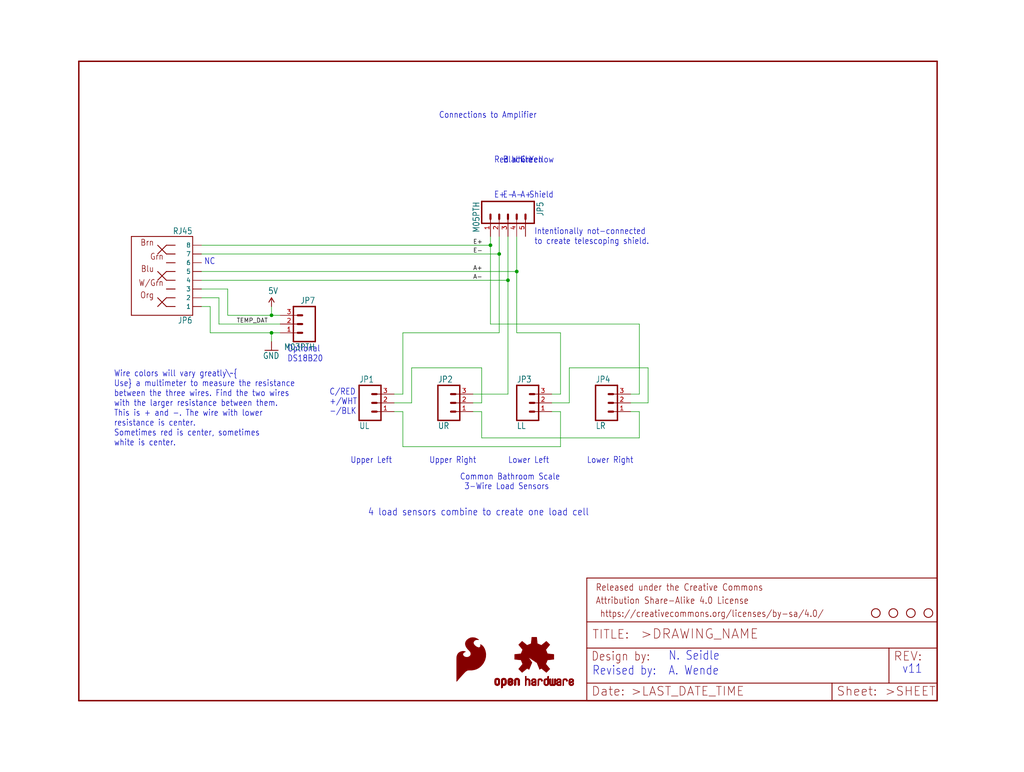
<source format=kicad_sch>
(kicad_sch (version 20211123) (generator eeschema)
  (paper "User" 297.002 223.926)
  (lib_symbols
    (symbol "schematicEagle-eagle-import:5V" (power)
      (property "Value" "5V" (at -1.016 3.556 0))
      (symbol "5V_1_0"
        (pin power_in line (at 0 0 90) (length 2.54) (name "5V") (number "1"))
      )
    )
    (symbol "schematicEagle-eagle-import:FRAME-LETTER"
      (symbol "FRAME-LETTER_2_0"
        (text " https://creativecommons.org/licenses/by-sa/4.0/" (at 2.54 24.13 0) (effects (font (size 1.9304 1.6408)) (justify left bottom)))
        (text ">DRAWING_NAME" (at 15.494 17.78 0) (effects (font (size 2.7432 2.7432)) (justify left bottom)))
        (text ">LAST_DATE_TIME" (at 12.7 1.27 0) (effects (font (size 2.54 2.54)) (justify left bottom)))
        (text ">SHEET" (at 86.36 1.27 0) (effects (font (size 2.54 2.54)) (justify left bottom)))
        (text "Attribution Share-Alike 4.0 License" (at 2.54 27.94 0) (effects (font (size 1.9304 1.6408)) (justify left bottom)))
        (text "Date:" (at 1.27 1.27 0) (effects (font (size 2.54 2.54)) (justify left bottom)))
        (text "Design by:" (at 1.27 11.43 0) (effects (font (size 2.54 2.159)) (justify left bottom)))
        (text "Released under the Creative Commons" (at 2.54 31.75 0) (effects (font (size 1.9304 1.6408)) (justify left bottom)))
        (text "REV:" (at 88.9 11.43 0) (effects (font (size 2.54 2.54)) (justify left bottom)))
        (text "Sheet:" (at 72.39 1.27 0) (effects (font (size 2.54 2.54)) (justify left bottom)))
        (text "TITLE:" (at 1.524 17.78 0) (effects (font (size 2.54 2.54)) (justify left bottom)))
      )
    )
    (symbol "schematicEagle-eagle-import:GND" (power)
      (property "Value" "GND" (at -2.54 -2.54 0))
      (symbol "GND_1_0"
        (pin power_in line (at 0 2.54 270) (length 2.54) (name "GND") (number "1"))
      )
    )
    (symbol "schematicEagle-eagle-import:M03PTH"
      (property "Reference" "JP" (at -2.54 5.842 0))
      (property "Value" "M03PTH" (at -2.54 -7.62 0))
      (symbol "M03PTH_1_0"
        (pin passive line (at 7.62 -2.54 180) (length 5.08) (name "1") (number "1"))
        (pin passive line (at 7.62 0 180) (length 5.08) (name "2") (number "2"))
        (pin passive line (at 7.62 2.54 180) (length 5.08) (name "3") (number "3"))
      )
    )
    (symbol "schematicEagle-eagle-import:M05PTH"
      (property "Reference" "JP" (at -2.54 8.382 0))
      (property "Value" "M05PTH" (at -2.54 -10.16 0))
      (symbol "M05PTH_1_0"
        (pin passive line (at 7.62 -5.08 180) (length 5.08) (name "1") (number "1"))
        (pin passive line (at 7.62 -2.54 180) (length 5.08) (name "2") (number "2"))
        (pin passive line (at 7.62 0 180) (length 5.08) (name "3") (number "3"))
        (pin passive line (at 7.62 2.54 180) (length 5.08) (name "4") (number "4"))
        (pin passive line (at 7.62 5.08 180) (length 5.08) (name "5") (number "5"))
      )
    )
    (symbol "schematicEagle-eagle-import:OSHW-LOGOS")
    (symbol "schematicEagle-eagle-import:RJ45-8PTH"
      (property "Reference" "JP" (at -5.08 10.668 0))
      (property "Value" "RJ45-8PTH" (at -5.08 -15.24 0))
      (symbol "RJ45-8PTH_1_0"
        (text "Blu" (at 6.096 -2.286 0) (effects (font (size 1.778 1.5113)) (justify left bottom)))
        (text "Brn" (at 6.096 -9.906 0) (effects (font (size 1.778 1.5113)) (justify left bottom)))
        (text "Grn" (at 3.302 -5.842 0) (effects (font (size 1.778 1.5113)) (justify left bottom)))
        (text "Org" (at 6.096 5.334 0) (effects (font (size 1.778 1.5113)) (justify left bottom)))
        (text "W/Grn" (at 3.302 1.778 0) (effects (font (size 1.778 1.5113)) (justify left bottom)))
        (pin bidirectional line (at -7.62 7.62 0) (length 2.54) (name "1") (number "1"))
        (pin bidirectional line (at -7.62 5.08 0) (length 2.54) (name "2") (number "2"))
        (pin bidirectional line (at -7.62 2.54 0) (length 2.54) (name "3") (number "3"))
        (pin bidirectional line (at -7.62 0 0) (length 2.54) (name "4") (number "4"))
        (pin bidirectional line (at -7.62 -2.54 0) (length 2.54) (name "5") (number "5"))
        (pin bidirectional line (at -7.62 -5.08 0) (length 2.54) (name "6") (number "6"))
        (pin bidirectional line (at -7.62 -7.62 0) (length 2.54) (name "7") (number "7"))
        (pin bidirectional line (at -7.62 -10.16 0) (length 2.54) (name "8") (number "8"))
      )
    )
    (symbol "schematicEagle-eagle-import:SFE_LOGO_FLAME.1_INCH")
    (symbol "schematicEagle-eagle-import:STAND-OFF")
  )
  (junction (at 149.86 78.74))
  (junction (at 78.74 96.52))
  (junction (at 78.74 91.44))
  (junction (at 144.78 73.66))
  (junction (at 142.24 71.12))
  (junction (at 147.32 81.28))
  (wire (pts (xy 182.88 119.38) (xy 185.42 119.38)))
  (wire (pts (xy 185.42 119.38) (xy 185.42 127)))
  (wire (pts (xy 116.84 114.3) (xy 114.3 114.3)))
  (wire (pts (xy 119.38 116.84) (xy 114.3 116.84)))
  (wire (pts (xy 187.96 106.68) (xy 165.1 106.68)))
  (wire (pts (xy 147.32 68.58) (xy 147.32 81.28)))
  (wire (pts (xy 58.42 88.9) (xy 60.96 88.9)))
  (wire (pts (xy 147.32 114.3) (xy 147.32 81.28)))
  (wire (pts (xy 116.84 129.54) (xy 116.84 119.38)))
  (wire (pts (xy 162.56 129.54) (xy 116.84 129.54)))
  (wire (pts (xy 149.86 78.74) (xy 58.42 78.74)))
  (wire (pts (xy 144.78 73.66) (xy 58.42 73.66)))
  (wire (pts (xy 66.04 91.44) (xy 78.74 91.44)))
  (wire (pts (xy 139.7 119.38) (xy 137.16 119.38)))
  (wire (pts (xy 142.24 71.12) (xy 142.24 68.58)))
  (wire (pts (xy 60.96 88.9) (xy 60.96 96.52)))
  (wire (pts (xy 149.86 96.52) (xy 162.56 96.52)))
  (wire (pts (xy 162.56 119.38) (xy 162.56 129.54)))
  (wire (pts (xy 78.74 96.52) (xy 78.74 99.06)))
  (wire (pts (xy 60.96 96.52) (xy 78.74 96.52)))
  (wire (pts (xy 147.32 81.28) (xy 58.42 81.28)))
  (wire (pts (xy 139.7 106.68) (xy 119.38 106.68)))
  (wire (pts (xy 149.86 68.58) (xy 149.86 78.74)))
  (wire (pts (xy 162.56 96.52) (xy 162.56 114.3)))
  (wire (pts (xy 182.88 116.84) (xy 187.96 116.84)))
  (wire (pts (xy 187.96 116.84) (xy 187.96 106.68)))
  (wire (pts (xy 137.16 114.3) (xy 147.32 114.3)))
  (wire (pts (xy 162.56 114.3) (xy 160.02 114.3)))
  (wire (pts (xy 116.84 96.52) (xy 116.84 114.3)))
  (wire (pts (xy 63.5 93.98) (xy 81.28 93.98)))
  (wire (pts (xy 185.42 114.3) (xy 185.42 93.98)))
  (wire (pts (xy 142.24 71.12) (xy 58.42 71.12)))
  (wire (pts (xy 63.5 86.36) (xy 63.5 93.98)))
  (wire (pts (xy 58.42 86.36) (xy 63.5 86.36)))
  (wire (pts (xy 165.1 106.68) (xy 165.1 116.84)))
  (wire (pts (xy 182.88 114.3) (xy 185.42 114.3)))
  (wire (pts (xy 144.78 96.52) (xy 144.78 73.66)))
  (wire (pts (xy 139.7 127) (xy 139.7 119.38)))
  (wire (pts (xy 160.02 119.38) (xy 162.56 119.38)))
  (wire (pts (xy 78.74 96.52) (xy 81.28 96.52)))
  (wire (pts (xy 144.78 73.66) (xy 144.78 68.58)))
  (wire (pts (xy 139.7 116.84) (xy 139.7 106.68)))
  (wire (pts (xy 78.74 88.9) (xy 78.74 91.44)))
  (wire (pts (xy 78.74 91.44) (xy 81.28 91.44)))
  (wire (pts (xy 58.42 83.82) (xy 66.04 83.82)))
  (wire (pts (xy 142.24 93.98) (xy 185.42 93.98)))
  (wire (pts (xy 144.78 96.52) (xy 116.84 96.52)))
  (wire (pts (xy 66.04 83.82) (xy 66.04 91.44)))
  (wire (pts (xy 185.42 127) (xy 139.7 127)))
  (wire (pts (xy 149.86 96.52) (xy 149.86 78.74)))
  (wire (pts (xy 119.38 106.68) (xy 119.38 116.84)))
  (wire (pts (xy 116.84 119.38) (xy 114.3 119.38)))
  (wire (pts (xy 142.24 93.98) (xy 142.24 71.12)))
  (wire (pts (xy 165.1 116.84) (xy 160.02 116.84)))
  (wire (pts (xy 137.16 116.84) (xy 139.7 116.84)))
  (text "3-Wire Load Sensors" (at 134.62 142.24 180) (effects (font (size 1.778 1.5113)) (justify left bottom)))
  (text "Revised by:" (at 171.704 196.088 180) (effects (font (size 2.54 2.159)) (justify left bottom)))
  (text "Upper Left" (at 101.6 134.62 180) (effects (font (size 1.778 1.5113)) (justify left bottom)))
  (text "Common Bathroom Scale" (at 133.35 139.446 180) (effects (font (size 1.778 1.5113)) (justify left bottom)))
  (text "Lower Right" (at 170.18 134.62 180) (effects (font (size 1.778 1.5113)) (justify left bottom)))
  (text "Connections to Amplifier" (at 127.254 34.544 180) (effects (font (size 1.778 1.5113)) (justify left bottom)))
  (text "White" (at 148.336 47.498 180) (effects (font (size 1.778 1.5113)) (justify left bottom)))
  (text "Green" (at 150.876 47.498 180) (effects (font (size 1.778 1.5113)) (justify left bottom)))
  (text "A+" (at 150.876 57.658 180) (effects (font (size 1.778 1.5113)) (justify left bottom)))
  (text "4 load sensors combine to create one load cell" (at 106.68 149.86 180) (effects (font (size 2.032 1.7272)) (justify left bottom)))
  (text "Yellow" (at 153.416 47.498 180) (effects (font (size 1.778 1.5113)) (justify left bottom)))
  (text "N. Seidle" (at 193.802 191.77 180) (effects (font (size 2.54 2.159)) (justify left bottom)))
  (text "v11" (at 261.62 195.58 180) (effects (font (size 2.54 2.159)) (justify left bottom)))
  (text "C/RED" (at 95.504 114.808 180) (effects (font (size 1.778 1.5113)) (justify left bottom)))
  (text "Shield" (at 153.416 57.658 180) (effects (font (size 1.778 1.5113)) (justify left bottom)))
  (text "A. Wende" (at 193.802 196.088 180) (effects (font (size 2.54 2.159)) (justify left bottom)))
  (text "Intentionally not-connected\nto create telescoping shield." (at 154.94 71.12 0) (effects (font (size 1.778 1.5113)) (justify left bottom)))
  (text "Lower Left" (at 147.32 134.62 180) (effects (font (size 1.778 1.5113)) (justify left bottom)))
  (text "A-" (at 148.336 57.658 180) (effects (font (size 1.778 1.5113)) (justify left bottom)))
  (text "E+" (at 143.256 57.658 180) (effects (font (size 1.778 1.5113)) (justify left bottom)))
  (text "Optional\nDS18B20" (at 83.312 105.156 180) (effects (font (size 1.778 1.5113)) (justify left bottom)))
  (text "+/WHT" (at 95.504 117.602 180) (effects (font (size 1.778 1.5113)) (justify left bottom)))
  (text "Red" (at 143.256 47.498 180) (effects (font (size 1.778 1.5113)) (justify left bottom)))
  (text "Wire colors will vary greatly\\~{\nUse} a multimeter to measure the resistance\nbetween the three wires. Find the two wires\nwith the larger resistance between them.\nThis is + and -. The wire with lower\nresistance is center.\nSometimes red is center, sometimes\nwhite is center." (at 33.02 129.54 0) (effects (font (size 1.778 1.5113)) (justify left bottom)))
  (text "E-" (at 145.796 57.658 180) (effects (font (size 1.778 1.5113)) (justify left bottom)))
  (text "-/BLK" (at 95.504 120.396 180) (effects (font (size 1.778 1.5113)) (justify left bottom)))
  (text "NC" (at 59.182 76.962 180) (effects (font (size 1.778 1.5113)) (justify left bottom)))
  (text "Upper Right" (at 124.46 134.62 180) (effects (font (size 1.778 1.5113)) (justify left bottom)))
  (text "Black" (at 145.796 47.498 180) (effects (font (size 1.778 1.5113)) (justify left bottom)))
  (label "A-" (at 137.16 81.28 0) (effects (font (size 1.2446 1.2446))))
  (label "E+" (at 137.16 71.12 0) (effects (font (size 1.2446 1.2446))))
  (label "E-" (at 137.16 73.66 0) (effects (font (size 1.2446 1.2446))))
  (label "TEMP_DAT" (at 68.58 93.98 0) (effects (font (size 1.2446 1.2446))))
  (label "A+" (at 137.16 78.74 0) (effects (font (size 1.2446 1.2446))))
  (symbol (lib_id "schematicEagle-eagle-import:M03PTH") (at 152.4 116.84 0) (unit 1)
    (property "Reference" "JP3" (at 149.86 110.998 0) (effects (font (size 1.778 1.5113)) (justify left bottom)))
    (property "Value" "LL" (at 149.86 124.46 0) (effects (font (size 1.778 1.5113)) (justify left bottom)))
    (property "Footprint" "schematicEagle:1X03" (effects hide))
  )
  (symbol (lib_id "schematicEagle-eagle-import:M03PTH") (at 88.9 93.98 0) (mirror y) (unit 1)
    (property "Reference" "JP7" (at 91.44 88.138 0) (effects (font (size 1.778 1.5113)) (justify left bottom)))
    (property "Value" "M03PTH" (at 91.44 101.6 0) (effects (font (size 1.778 1.5113)) (justify left bottom)))
    (property "Footprint" "schematicEagle:1X03" (effects hide))
  )
  (symbol (lib_id "schematicEagle-eagle-import:STAND-OFF") (at 264.16 177.8 0) (unit 1)
    (property "Reference" "STANDOFF2" (effects hide))
    (property "Value" "STAND-OFF" (effects hide))
    (property "Footprint" "schematicEagle:STAND-OFF" (effects hide))
  )
  (symbol (lib_id "schematicEagle-eagle-import:RJ45-8PTH") (at 50.8 81.28 180) (unit 1)
    (property "Reference" "JP6" (at 55.88 91.948 0) (effects (font (size 1.778 1.5113)) (justify left bottom)))
    (property "Value" "RJ45" (at 55.88 66.04 0) (effects (font (size 1.778 1.5113)) (justify left bottom)))
    (property "Footprint" "schematicEagle:RJ45-8" (effects hide))
  )
  (symbol (lib_id "schematicEagle-eagle-import:M03PTH") (at 129.54 116.84 0) (unit 1)
    (property "Reference" "JP2" (at 127 110.998 0) (effects (font (size 1.778 1.5113)) (justify left bottom)))
    (property "Value" "UR" (at 127 124.46 0) (effects (font (size 1.778 1.5113)) (justify left bottom)))
    (property "Footprint" "schematicEagle:1X03" (effects hide))
  )
  (symbol (lib_id "schematicEagle-eagle-import:M05PTH") (at 147.32 60.96 270) (unit 1)
    (property "Reference" "JP5" (at 155.702 58.42 0) (effects (font (size 1.778 1.5113)) (justify left bottom)))
    (property "Value" "M05PTH" (at 137.16 58.42 0) (effects (font (size 1.778 1.5113)) (justify left bottom)))
    (property "Footprint" "schematicEagle:1X05" (effects hide))
  )
  (symbol (lib_id "schematicEagle-eagle-import:FRAME-LETTER") (at 170.18 203.2 0) (unit 2)
    (property "Reference" "FRAME1" (effects hide))
    (property "Value" "FRAME-LETTER" (effects hide))
    (property "Footprint" "schematicEagle:CREATIVE_COMMONS" (effects hide))
    (property "Value" "FRAME-LETTER" (effects hide))
    (property "Value" "FRAME-LETTER" (effects hide))
  )
  (symbol (lib_id "schematicEagle-eagle-import:STAND-OFF") (at 259.08 177.8 0) (unit 1)
    (property "Reference" "STANDOFF3" (effects hide))
    (property "Value" "STAND-OFF" (effects hide))
    (property "Footprint" "schematicEagle:STAND-OFF" (effects hide))
  )
  (symbol (lib_id "schematicEagle-eagle-import:GND") (at 78.74 101.6 0) (unit 1)
    (property "Reference" "#GND1" (effects hide))
    (property "Value" "GND" (at 76.2 104.14 0) (effects (font (size 1.778 1.5113)) (justify left bottom)))
    (property "Footprint" "schematicEagle:" (effects hide))
  )
  (symbol (lib_id "schematicEagle-eagle-import:M03PTH") (at 175.26 116.84 0) (unit 1)
    (property "Reference" "JP4" (at 172.72 110.998 0) (effects (font (size 1.778 1.5113)) (justify left bottom)))
    (property "Value" "LR" (at 172.72 124.46 0) (effects (font (size 1.778 1.5113)) (justify left bottom)))
    (property "Footprint" "schematicEagle:1X03" (effects hide))
  )
  (symbol (lib_id "schematicEagle-eagle-import:5V") (at 78.74 88.9 0) (unit 1)
    (property "Reference" "#SUPPLY1" (effects hide))
    (property "Value" "5V" (at 77.724 85.344 0) (effects (font (size 1.778 1.5113)) (justify left bottom)))
    (property "Footprint" "schematicEagle:" (effects hide))
  )
  (symbol (lib_id "schematicEagle-eagle-import:STAND-OFF") (at 254 177.8 0) (unit 1)
    (property "Reference" "STANDOFF4" (effects hide))
    (property "Value" "STAND-OFF" (effects hide))
    (property "Footprint" "schematicEagle:STAND-OFF" (effects hide))
  )
  (symbol (lib_id "schematicEagle-eagle-import:FRAME-LETTER") (at 22.86 203.2 0) (unit 1)
    (property "Reference" "FRAME1" (effects hide))
    (property "Value" "FRAME-LETTER" (effects hide))
    (property "Footprint" "schematicEagle:CREATIVE_COMMONS" (effects hide))
    (property "Value" "FRAME-LETTER" (effects hide))
    (property "Value" "FRAME-LETTER" (effects hide))
  )
  (symbol (lib_id "schematicEagle-eagle-import:STAND-OFF") (at 269.24 177.8 0) (unit 1)
    (property "Reference" "STANDOFF1" (effects hide))
    (property "Value" "STAND-OFF" (effects hide))
    (property "Footprint" "schematicEagle:STAND-OFF" (effects hide))
  )
  (symbol (lib_id "schematicEagle-eagle-import:OSHW-LOGOS") (at 154.94 190.5 0) (unit 1)
    (property "Reference" "U$7" (effects hide))
    (property "Value" "OSHW-LOGOS" (effects hide))
    (property "Footprint" "schematicEagle:OSHW-LOGO-S" (effects hide))
  )
  (symbol (lib_id "schematicEagle-eagle-import:SFE_LOGO_FLAME.1_INCH") (at 132.08 198.12 0) (unit 1)
    (property "Reference" "LOGO3" (effects hide))
    (property "Value" "SFE_LOGO_FLAME.1_INCH" (effects hide))
    (property "Footprint" "schematicEagle:SFE_LOGO_FLAME_.1" (effects hide))
  )
  (symbol (lib_id "schematicEagle-eagle-import:M03PTH") (at 106.68 116.84 0) (unit 1)
    (property "Reference" "JP1" (at 104.14 110.998 0) (effects (font (size 1.778 1.5113)) (justify left bottom)))
    (property "Value" "UL" (at 104.14 124.46 0) (effects (font (size 1.778 1.5113)) (justify left bottom)))
    (property "Footprint" "schematicEagle:1X03" (effects hide))
  )
)
</source>
